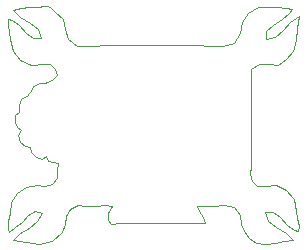
<source format=gm1>
G04 #@! TF.GenerationSoftware,KiCad,Pcbnew,5.0.2-bee76a0~70~ubuntu16.04.1*
G04 #@! TF.CreationDate,2018-12-26T17:34:20-07:00*
G04 #@! TF.ProjectId,01,30312e6b-6963-4616-945f-706362585858,rev?*
G04 #@! TF.SameCoordinates,Original*
G04 #@! TF.FileFunction,Profile,NP*
%FSLAX46Y46*%
G04 Gerber Fmt 4.6, Leading zero omitted, Abs format (unit mm)*
G04 Created by KiCad (PCBNEW 5.0.2-bee76a0~70~ubuntu16.04.1) date Wed 26 Dec 2018 17:34:20 MST*
%MOMM*%
%LPD*%
G01*
G04 APERTURE LIST*
G04 #@! TA.AperFunction,NonConductor*
%ADD10C,0.052917*%
G04 #@! TD*
G04 APERTURE END LIST*
D10*
G04 #@! TO.C,svg2mod*
X146445985Y-92179895D02*
X146446018Y-92180515D01*
X146445996Y-92179865D02*
X146445985Y-92179895D01*
X146446007Y-92179835D02*
X146445996Y-92179865D01*
X146446018Y-92179815D02*
X146446007Y-92179835D01*
X146446029Y-92179785D02*
X146446018Y-92179815D01*
X146685726Y-92196985D02*
X146446029Y-92179785D01*
X146892152Y-92335065D02*
X146685726Y-92196985D01*
X147085546Y-92516515D02*
X146892152Y-92335065D01*
X147286143Y-92663815D02*
X147085546Y-92516515D01*
X147936530Y-93275055D02*
X147286143Y-92663815D01*
X148153539Y-94146905D02*
X147936530Y-93275055D01*
X148400407Y-94994735D02*
X148153539Y-94146905D01*
X149140369Y-95533965D02*
X148400407Y-94994735D01*
X150412664Y-95530965D02*
X149140369Y-95533965D01*
X151691429Y-95528965D02*
X150412664Y-95530965D01*
X152974963Y-95527965D02*
X151691429Y-95528965D01*
X154261566Y-95527245D02*
X152974963Y-95527965D01*
X155544516Y-95526945D02*
X154261566Y-95527245D01*
X156827143Y-95526935D02*
X155544516Y-95526945D01*
X158107766Y-95527065D02*
X156827143Y-95526935D01*
X159384703Y-95527195D02*
X158107766Y-95527065D01*
X160378930Y-95533195D02*
X159384703Y-95527195D01*
X161456498Y-95559295D02*
X160378930Y-95533195D01*
X162382730Y-95314005D02*
X161456498Y-95559295D01*
X162922954Y-94505525D02*
X162382730Y-95314005D01*
X163109892Y-93561805D02*
X162922954Y-94505525D01*
X163641317Y-92770145D02*
X163109892Y-93561805D01*
X164427752Y-92278565D02*
X163641317Y-92770145D01*
X165379720Y-92235065D02*
X164427752Y-92278565D01*
X166040553Y-92294765D02*
X165379720Y-92235065D01*
X166820149Y-92335165D02*
X166040553Y-92294765D01*
X167309266Y-92463575D02*
X166820149Y-92335165D01*
X167098662Y-92787195D02*
X167309266Y-92463575D01*
X166485900Y-93299545D02*
X167098662Y-92787195D01*
X165727251Y-93773245D02*
X166485900Y-93299545D01*
X165158839Y-94310405D02*
X165727251Y-93773245D01*
X165116789Y-95013155D02*
X165158839Y-94310405D01*
X165887252Y-94771655D02*
X165116789Y-95013155D01*
X166556910Y-94216675D02*
X165887252Y-94771655D01*
X167199385Y-93573625D02*
X166556910Y-94216675D01*
X167888299Y-93067915D02*
X167199385Y-93573625D01*
X167787496Y-94031015D02*
X167888299Y-93067915D01*
X167714196Y-95046205D02*
X167787496Y-94031015D01*
X167458956Y-95975285D02*
X167714196Y-95046205D01*
X166812324Y-96680025D02*
X167458956Y-95975285D01*
X166160533Y-97158545D02*
X166812324Y-96680025D01*
X165358175Y-97134445D02*
X166160533Y-97158545D01*
X164547846Y-97090545D02*
X165358175Y-97134445D01*
X163872142Y-97509545D02*
X164547846Y-97090545D01*
X163880842Y-99550905D02*
X163872142Y-97509545D01*
X163881218Y-101602225D02*
X163880842Y-99550905D01*
X163878618Y-103656495D02*
X163881218Y-101602225D01*
X163878373Y-105706665D02*
X163878618Y-103656495D01*
X163801983Y-106372265D02*
X163878373Y-105706665D01*
X163964943Y-106988255D02*
X163801983Y-106372265D01*
X164374377Y-107386795D02*
X163964943Y-106988255D01*
X165037402Y-107399995D02*
X164374377Y-107386795D01*
X166001246Y-107370295D02*
X165037402Y-107399995D01*
X166857705Y-107795495D02*
X166001246Y-107370295D01*
X167466436Y-108550975D02*
X166857705Y-107795495D01*
X167687094Y-109512195D02*
X167466436Y-108550975D01*
X167791868Y-110115275D02*
X167687094Y-109512195D01*
X167892319Y-110799245D02*
X167791868Y-110115275D01*
X167850529Y-111247185D02*
X167892319Y-110799245D01*
X167528591Y-111142185D02*
X167850529Y-111247185D01*
X166915198Y-110694965D02*
X167528591Y-111142185D01*
X166325095Y-110079615D02*
X166915198Y-110694965D01*
X165714493Y-109610245D02*
X166325095Y-110079615D01*
X165039603Y-109601245D02*
X165714493Y-109610245D01*
X165288062Y-110350655D02*
X165039603Y-109601245D01*
X165975695Y-110917355D02*
X165288062Y-110350655D01*
X166800792Y-111424075D02*
X165975695Y-110917355D01*
X167461643Y-111993515D02*
X166800792Y-111424075D01*
X166681431Y-112108585D02*
X167461643Y-111993515D01*
X165872714Y-112246115D02*
X166681431Y-112108585D01*
X165074909Y-112313015D02*
X165872714Y-112246115D01*
X164327433Y-112216215D02*
X165074909Y-112313015D01*
X163720555Y-111789165D02*
X164327433Y-112216215D01*
X163278773Y-111257945D02*
X163720555Y-111789165D01*
X163004960Y-110625155D02*
X163278773Y-111257945D01*
X162901991Y-109893395D02*
X163004960Y-110625155D01*
X162392179Y-109214275D02*
X162901991Y-109893395D01*
X161572510Y-109041715D02*
X162392179Y-109214275D01*
X160634994Y-109092115D02*
X161572510Y-109041715D01*
X159771639Y-109081915D02*
X160634994Y-109092115D01*
X159296063Y-109126415D02*
X159771639Y-109081915D01*
X159421999Y-109532745D02*
X159296063Y-109126415D01*
X159767268Y-110089745D02*
X159421999Y-109532745D01*
X159949682Y-110586225D02*
X159767268Y-110089745D01*
X158160313Y-110595225D02*
X159949682Y-110586225D01*
X156370930Y-110597225D02*
X158160313Y-110595225D01*
X154581541Y-110595225D02*
X156370930Y-110597225D01*
X152792153Y-110592225D02*
X154581541Y-110595225D01*
X152050197Y-110659325D02*
X152792153Y-110592225D01*
X151714211Y-110316505D02*
X152050197Y-110659325D01*
X151737091Y-109752845D02*
X151714211Y-110316505D01*
X152071719Y-109157425D02*
X151737091Y-109752845D01*
X151464609Y-109072225D02*
X152071719Y-109157425D01*
X150721359Y-109077225D02*
X151464609Y-109072225D01*
X149932024Y-109088525D02*
X150721359Y-109077225D01*
X149186658Y-109021825D02*
X149932024Y-109088525D01*
X148537077Y-109350685D02*
X149186658Y-109021825D01*
X148239692Y-109955705D02*
X148537077Y-109350685D01*
X148091676Y-110677935D02*
X148239692Y-109955705D01*
X147890200Y-111358425D02*
X148091676Y-110677935D01*
X147005882Y-112107805D02*
X147890200Y-111358425D01*
X145945941Y-112305085D02*
X147005882Y-112107805D01*
X144803517Y-112190135D02*
X145945941Y-112305085D01*
X143671750Y-112002795D02*
X144803517Y-112190135D01*
X144329933Y-111446745D02*
X143671750Y-112002795D01*
X145094627Y-110957395D02*
X144329933Y-111446745D01*
X145774338Y-110414035D02*
X145094627Y-110957395D01*
X146177574Y-109695965D02*
X145774338Y-110414035D01*
X145589816Y-109526735D02*
X146177574Y-109695965D01*
X145018743Y-109893545D02*
X145589816Y-109526735D01*
X144460115Y-110463915D02*
X145018743Y-109893545D01*
X143909689Y-110905385D02*
X144460115Y-110463915D01*
X143415706Y-111326815D02*
X143909689Y-110905385D01*
X143264036Y-111043425D02*
X143415706Y-111326815D01*
X143312318Y-110398715D02*
X143264036Y-111043425D01*
X143418191Y-109736205D02*
X143312318Y-110398715D01*
X143575186Y-108805075D02*
X143418191Y-109736205D01*
X144071193Y-107999935D02*
X143575186Y-108805075D01*
X144813549Y-107469835D02*
X144071193Y-107999935D01*
X145709592Y-107363775D02*
X144813549Y-107469835D01*
X146392789Y-107440575D02*
X145709592Y-107363775D01*
X147031095Y-107227945D02*
X146392789Y-107440575D01*
X147435015Y-106751965D02*
X147031095Y-107227945D01*
X147415053Y-106038665D02*
X147435015Y-106751965D01*
X147505974Y-105483845D02*
X147415053Y-106038665D01*
X147134863Y-105352895D02*
X147505974Y-105483845D01*
X146680605Y-105280695D02*
X147134863Y-105352895D01*
X146522083Y-104902085D02*
X146680605Y-105280695D01*
X146144805Y-105113755D02*
X146522083Y-104902085D01*
X145635294Y-104940865D02*
X146144805Y-105113755D01*
X145231283Y-104551265D02*
X145635294Y-104940865D01*
X145170503Y-104112745D02*
X145231283Y-104551265D01*
X144752710Y-104076445D02*
X145170503Y-104112745D01*
X144340675Y-103674935D02*
X144752710Y-104076445D01*
X144149940Y-103135845D02*
X144340675Y-103674935D01*
X144396046Y-102686765D02*
X144149940Y-103135845D01*
X144033727Y-102470325D02*
X144396046Y-102686765D01*
X143858214Y-101981715D02*
X144033727Y-102470325D01*
X143917994Y-101457025D02*
X143858214Y-101981715D01*
X144261550Y-101132335D02*
X143917994Y-101457025D01*
X144258300Y-100941525D02*
X144261550Y-101132335D01*
X144226272Y-100620175D02*
X144258300Y-100941525D01*
X144266592Y-100258215D02*
X144226272Y-100620175D01*
X144480384Y-99945565D02*
X144266592Y-100258215D01*
X144899802Y-99769535D02*
X144480384Y-99945565D01*
X145104122Y-99588715D02*
X144899802Y-99769535D01*
X145237178Y-99341575D02*
X145104122Y-99588715D01*
X145442806Y-98966605D02*
X145237178Y-99341575D01*
X145957745Y-98730055D02*
X145442806Y-98966605D01*
X146345695Y-98684855D02*
X145957745Y-98730055D01*
X146695749Y-98630555D02*
X146345695Y-98684855D01*
X147097003Y-98366865D02*
X146695749Y-98630555D01*
X147472727Y-98033855D02*
X147097003Y-98366865D01*
X147301536Y-97531345D02*
X147472727Y-98033855D01*
X146808282Y-97130615D02*
X147301536Y-97531345D01*
X146217815Y-97102915D02*
X146808282Y-97130615D01*
X145216585Y-97155615D02*
X146217815Y-97102915D01*
X144324753Y-96742135D02*
X145216585Y-97155615D01*
X143689606Y-95983465D02*
X144324753Y-96742135D01*
X143458431Y-95000575D02*
X143689606Y-95983465D01*
X143353813Y-94397825D02*
X143458431Y-95000575D01*
X143256524Y-93713195D02*
X143353813Y-94397825D01*
X143300888Y-93264375D02*
X143256524Y-93713195D01*
X143621226Y-93369035D02*
X143300888Y-93264375D01*
X144230718Y-93820435D02*
X143621226Y-93369035D01*
X144823843Y-94433425D02*
X144230718Y-93820435D01*
X145436833Y-94899905D02*
X144823843Y-94433425D01*
X146105918Y-94911805D02*
X145436833Y-94899905D01*
X145848240Y-94164415D02*
X146105918Y-94911805D01*
X145161455Y-93597705D02*
X145848240Y-94164415D01*
X144341392Y-93089975D02*
X145161455Y-93597705D01*
X143683878Y-92519535D02*
X144341392Y-93089975D01*
X144369204Y-92392915D02*
X143683878Y-92519535D01*
X145058794Y-92299215D02*
X144369204Y-92392915D01*
X145751461Y-92230915D02*
X145058794Y-92299215D01*
X146446018Y-92180515D02*
X145751461Y-92230915D01*
G04 #@! TD*
M02*

</source>
